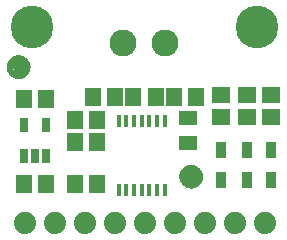
<source format=gbr>
G04 EAGLE Gerber RS-274X export*
G75*
%MOMM*%
%FSLAX34Y34*%
%LPD*%
%INSoldermask Top*%
%IPPOS*%
%AMOC8*
5,1,8,0,0,1.08239X$1,22.5*%
G01*
%ADD10R,0.406400X1.092200*%
%ADD11C,2.286000*%
%ADD12R,1.601600X1.301600*%
%ADD13R,1.401600X1.601600*%
%ADD14R,0.901600X1.451600*%
%ADD15R,1.601600X1.401600*%
%ADD16C,1.101600*%
%ADD17C,0.500000*%
%ADD18C,3.617600*%
%ADD19R,0.651600X1.301600*%
%ADD20C,1.879600*%


D10*
X137610Y111728D03*
X131110Y111728D03*
X124610Y111728D03*
X118110Y111728D03*
X111610Y111728D03*
X105110Y111728D03*
X98610Y111728D03*
X98610Y53372D03*
X105110Y53372D03*
X111610Y53372D03*
X118110Y53372D03*
X124610Y53372D03*
X131110Y53372D03*
X137610Y53372D03*
D11*
X102650Y177800D03*
X137650Y177800D03*
D12*
X157480Y93640D03*
X157480Y114640D03*
D13*
X130150Y132080D03*
X111150Y132080D03*
X80620Y113030D03*
X61620Y113030D03*
X80620Y58420D03*
X61620Y58420D03*
X80620Y93980D03*
X61620Y93980D03*
X164440Y132080D03*
X145440Y132080D03*
X76860Y132080D03*
X95860Y132080D03*
D14*
X227330Y62230D03*
X227330Y87630D03*
X185420Y62230D03*
X185420Y87630D03*
X207010Y62230D03*
X207010Y87630D03*
D15*
X207010Y114960D03*
X207010Y133960D03*
X185420Y114960D03*
X185420Y133960D03*
X227330Y114960D03*
X227330Y133960D03*
D16*
X160020Y64770D03*
D17*
X160020Y72270D02*
X159839Y72268D01*
X159658Y72261D01*
X159477Y72250D01*
X159296Y72235D01*
X159116Y72215D01*
X158936Y72191D01*
X158757Y72163D01*
X158579Y72130D01*
X158402Y72093D01*
X158225Y72052D01*
X158050Y72007D01*
X157875Y71957D01*
X157702Y71903D01*
X157531Y71845D01*
X157360Y71783D01*
X157192Y71716D01*
X157025Y71646D01*
X156859Y71572D01*
X156696Y71493D01*
X156535Y71411D01*
X156375Y71325D01*
X156218Y71235D01*
X156063Y71141D01*
X155910Y71044D01*
X155760Y70942D01*
X155612Y70838D01*
X155466Y70729D01*
X155324Y70618D01*
X155184Y70502D01*
X155047Y70384D01*
X154912Y70262D01*
X154781Y70137D01*
X154653Y70009D01*
X154528Y69878D01*
X154406Y69743D01*
X154288Y69606D01*
X154172Y69466D01*
X154061Y69324D01*
X153952Y69178D01*
X153848Y69030D01*
X153746Y68880D01*
X153649Y68727D01*
X153555Y68572D01*
X153465Y68415D01*
X153379Y68255D01*
X153297Y68094D01*
X153218Y67931D01*
X153144Y67765D01*
X153074Y67598D01*
X153007Y67430D01*
X152945Y67259D01*
X152887Y67088D01*
X152833Y66915D01*
X152783Y66740D01*
X152738Y66565D01*
X152697Y66388D01*
X152660Y66211D01*
X152627Y66033D01*
X152599Y65854D01*
X152575Y65674D01*
X152555Y65494D01*
X152540Y65313D01*
X152529Y65132D01*
X152522Y64951D01*
X152520Y64770D01*
X160020Y72270D02*
X160201Y72268D01*
X160382Y72261D01*
X160563Y72250D01*
X160744Y72235D01*
X160924Y72215D01*
X161104Y72191D01*
X161283Y72163D01*
X161461Y72130D01*
X161638Y72093D01*
X161815Y72052D01*
X161990Y72007D01*
X162165Y71957D01*
X162338Y71903D01*
X162509Y71845D01*
X162680Y71783D01*
X162848Y71716D01*
X163015Y71646D01*
X163181Y71572D01*
X163344Y71493D01*
X163505Y71411D01*
X163665Y71325D01*
X163822Y71235D01*
X163977Y71141D01*
X164130Y71044D01*
X164280Y70942D01*
X164428Y70838D01*
X164574Y70729D01*
X164716Y70618D01*
X164856Y70502D01*
X164993Y70384D01*
X165128Y70262D01*
X165259Y70137D01*
X165387Y70009D01*
X165512Y69878D01*
X165634Y69743D01*
X165752Y69606D01*
X165868Y69466D01*
X165979Y69324D01*
X166088Y69178D01*
X166192Y69030D01*
X166294Y68880D01*
X166391Y68727D01*
X166485Y68572D01*
X166575Y68415D01*
X166661Y68255D01*
X166743Y68094D01*
X166822Y67931D01*
X166896Y67765D01*
X166966Y67598D01*
X167033Y67430D01*
X167095Y67259D01*
X167153Y67088D01*
X167207Y66915D01*
X167257Y66740D01*
X167302Y66565D01*
X167343Y66388D01*
X167380Y66211D01*
X167413Y66033D01*
X167441Y65854D01*
X167465Y65674D01*
X167485Y65494D01*
X167500Y65313D01*
X167511Y65132D01*
X167518Y64951D01*
X167520Y64770D01*
X167518Y64589D01*
X167511Y64408D01*
X167500Y64227D01*
X167485Y64046D01*
X167465Y63866D01*
X167441Y63686D01*
X167413Y63507D01*
X167380Y63329D01*
X167343Y63152D01*
X167302Y62975D01*
X167257Y62800D01*
X167207Y62625D01*
X167153Y62452D01*
X167095Y62281D01*
X167033Y62110D01*
X166966Y61942D01*
X166896Y61775D01*
X166822Y61609D01*
X166743Y61446D01*
X166661Y61285D01*
X166575Y61125D01*
X166485Y60968D01*
X166391Y60813D01*
X166294Y60660D01*
X166192Y60510D01*
X166088Y60362D01*
X165979Y60216D01*
X165868Y60074D01*
X165752Y59934D01*
X165634Y59797D01*
X165512Y59662D01*
X165387Y59531D01*
X165259Y59403D01*
X165128Y59278D01*
X164993Y59156D01*
X164856Y59038D01*
X164716Y58922D01*
X164574Y58811D01*
X164428Y58702D01*
X164280Y58598D01*
X164130Y58496D01*
X163977Y58399D01*
X163822Y58305D01*
X163665Y58215D01*
X163505Y58129D01*
X163344Y58047D01*
X163181Y57968D01*
X163015Y57894D01*
X162848Y57824D01*
X162680Y57757D01*
X162509Y57695D01*
X162338Y57637D01*
X162165Y57583D01*
X161990Y57533D01*
X161815Y57488D01*
X161638Y57447D01*
X161461Y57410D01*
X161283Y57377D01*
X161104Y57349D01*
X160924Y57325D01*
X160744Y57305D01*
X160563Y57290D01*
X160382Y57279D01*
X160201Y57272D01*
X160020Y57270D01*
X159839Y57272D01*
X159658Y57279D01*
X159477Y57290D01*
X159296Y57305D01*
X159116Y57325D01*
X158936Y57349D01*
X158757Y57377D01*
X158579Y57410D01*
X158402Y57447D01*
X158225Y57488D01*
X158050Y57533D01*
X157875Y57583D01*
X157702Y57637D01*
X157531Y57695D01*
X157360Y57757D01*
X157192Y57824D01*
X157025Y57894D01*
X156859Y57968D01*
X156696Y58047D01*
X156535Y58129D01*
X156375Y58215D01*
X156218Y58305D01*
X156063Y58399D01*
X155910Y58496D01*
X155760Y58598D01*
X155612Y58702D01*
X155466Y58811D01*
X155324Y58922D01*
X155184Y59038D01*
X155047Y59156D01*
X154912Y59278D01*
X154781Y59403D01*
X154653Y59531D01*
X154528Y59662D01*
X154406Y59797D01*
X154288Y59934D01*
X154172Y60074D01*
X154061Y60216D01*
X153952Y60362D01*
X153848Y60510D01*
X153746Y60660D01*
X153649Y60813D01*
X153555Y60968D01*
X153465Y61125D01*
X153379Y61285D01*
X153297Y61446D01*
X153218Y61609D01*
X153144Y61775D01*
X153074Y61942D01*
X153007Y62110D01*
X152945Y62281D01*
X152887Y62452D01*
X152833Y62625D01*
X152783Y62800D01*
X152738Y62975D01*
X152697Y63152D01*
X152660Y63329D01*
X152627Y63507D01*
X152599Y63686D01*
X152575Y63866D01*
X152555Y64046D01*
X152540Y64227D01*
X152529Y64408D01*
X152522Y64589D01*
X152520Y64770D01*
D16*
X13970Y157480D03*
D17*
X13970Y164980D02*
X13789Y164978D01*
X13608Y164971D01*
X13427Y164960D01*
X13246Y164945D01*
X13066Y164925D01*
X12886Y164901D01*
X12707Y164873D01*
X12529Y164840D01*
X12352Y164803D01*
X12175Y164762D01*
X12000Y164717D01*
X11825Y164667D01*
X11652Y164613D01*
X11481Y164555D01*
X11310Y164493D01*
X11142Y164426D01*
X10975Y164356D01*
X10809Y164282D01*
X10646Y164203D01*
X10485Y164121D01*
X10325Y164035D01*
X10168Y163945D01*
X10013Y163851D01*
X9860Y163754D01*
X9710Y163652D01*
X9562Y163548D01*
X9416Y163439D01*
X9274Y163328D01*
X9134Y163212D01*
X8997Y163094D01*
X8862Y162972D01*
X8731Y162847D01*
X8603Y162719D01*
X8478Y162588D01*
X8356Y162453D01*
X8238Y162316D01*
X8122Y162176D01*
X8011Y162034D01*
X7902Y161888D01*
X7798Y161740D01*
X7696Y161590D01*
X7599Y161437D01*
X7505Y161282D01*
X7415Y161125D01*
X7329Y160965D01*
X7247Y160804D01*
X7168Y160641D01*
X7094Y160475D01*
X7024Y160308D01*
X6957Y160140D01*
X6895Y159969D01*
X6837Y159798D01*
X6783Y159625D01*
X6733Y159450D01*
X6688Y159275D01*
X6647Y159098D01*
X6610Y158921D01*
X6577Y158743D01*
X6549Y158564D01*
X6525Y158384D01*
X6505Y158204D01*
X6490Y158023D01*
X6479Y157842D01*
X6472Y157661D01*
X6470Y157480D01*
X13970Y164980D02*
X14151Y164978D01*
X14332Y164971D01*
X14513Y164960D01*
X14694Y164945D01*
X14874Y164925D01*
X15054Y164901D01*
X15233Y164873D01*
X15411Y164840D01*
X15588Y164803D01*
X15765Y164762D01*
X15940Y164717D01*
X16115Y164667D01*
X16288Y164613D01*
X16459Y164555D01*
X16630Y164493D01*
X16798Y164426D01*
X16965Y164356D01*
X17131Y164282D01*
X17294Y164203D01*
X17455Y164121D01*
X17615Y164035D01*
X17772Y163945D01*
X17927Y163851D01*
X18080Y163754D01*
X18230Y163652D01*
X18378Y163548D01*
X18524Y163439D01*
X18666Y163328D01*
X18806Y163212D01*
X18943Y163094D01*
X19078Y162972D01*
X19209Y162847D01*
X19337Y162719D01*
X19462Y162588D01*
X19584Y162453D01*
X19702Y162316D01*
X19818Y162176D01*
X19929Y162034D01*
X20038Y161888D01*
X20142Y161740D01*
X20244Y161590D01*
X20341Y161437D01*
X20435Y161282D01*
X20525Y161125D01*
X20611Y160965D01*
X20693Y160804D01*
X20772Y160641D01*
X20846Y160475D01*
X20916Y160308D01*
X20983Y160140D01*
X21045Y159969D01*
X21103Y159798D01*
X21157Y159625D01*
X21207Y159450D01*
X21252Y159275D01*
X21293Y159098D01*
X21330Y158921D01*
X21363Y158743D01*
X21391Y158564D01*
X21415Y158384D01*
X21435Y158204D01*
X21450Y158023D01*
X21461Y157842D01*
X21468Y157661D01*
X21470Y157480D01*
X21468Y157299D01*
X21461Y157118D01*
X21450Y156937D01*
X21435Y156756D01*
X21415Y156576D01*
X21391Y156396D01*
X21363Y156217D01*
X21330Y156039D01*
X21293Y155862D01*
X21252Y155685D01*
X21207Y155510D01*
X21157Y155335D01*
X21103Y155162D01*
X21045Y154991D01*
X20983Y154820D01*
X20916Y154652D01*
X20846Y154485D01*
X20772Y154319D01*
X20693Y154156D01*
X20611Y153995D01*
X20525Y153835D01*
X20435Y153678D01*
X20341Y153523D01*
X20244Y153370D01*
X20142Y153220D01*
X20038Y153072D01*
X19929Y152926D01*
X19818Y152784D01*
X19702Y152644D01*
X19584Y152507D01*
X19462Y152372D01*
X19337Y152241D01*
X19209Y152113D01*
X19078Y151988D01*
X18943Y151866D01*
X18806Y151748D01*
X18666Y151632D01*
X18524Y151521D01*
X18378Y151412D01*
X18230Y151308D01*
X18080Y151206D01*
X17927Y151109D01*
X17772Y151015D01*
X17615Y150925D01*
X17455Y150839D01*
X17294Y150757D01*
X17131Y150678D01*
X16965Y150604D01*
X16798Y150534D01*
X16630Y150467D01*
X16459Y150405D01*
X16288Y150347D01*
X16115Y150293D01*
X15940Y150243D01*
X15765Y150198D01*
X15588Y150157D01*
X15411Y150120D01*
X15233Y150087D01*
X15054Y150059D01*
X14874Y150035D01*
X14694Y150015D01*
X14513Y150000D01*
X14332Y149989D01*
X14151Y149982D01*
X13970Y149980D01*
X13789Y149982D01*
X13608Y149989D01*
X13427Y150000D01*
X13246Y150015D01*
X13066Y150035D01*
X12886Y150059D01*
X12707Y150087D01*
X12529Y150120D01*
X12352Y150157D01*
X12175Y150198D01*
X12000Y150243D01*
X11825Y150293D01*
X11652Y150347D01*
X11481Y150405D01*
X11310Y150467D01*
X11142Y150534D01*
X10975Y150604D01*
X10809Y150678D01*
X10646Y150757D01*
X10485Y150839D01*
X10325Y150925D01*
X10168Y151015D01*
X10013Y151109D01*
X9860Y151206D01*
X9710Y151308D01*
X9562Y151412D01*
X9416Y151521D01*
X9274Y151632D01*
X9134Y151748D01*
X8997Y151866D01*
X8862Y151988D01*
X8731Y152113D01*
X8603Y152241D01*
X8478Y152372D01*
X8356Y152507D01*
X8238Y152644D01*
X8122Y152784D01*
X8011Y152926D01*
X7902Y153072D01*
X7798Y153220D01*
X7696Y153370D01*
X7599Y153523D01*
X7505Y153678D01*
X7415Y153835D01*
X7329Y153995D01*
X7247Y154156D01*
X7168Y154319D01*
X7094Y154485D01*
X7024Y154652D01*
X6957Y154820D01*
X6895Y154991D01*
X6837Y155162D01*
X6783Y155335D01*
X6733Y155510D01*
X6688Y155685D01*
X6647Y155862D01*
X6610Y156039D01*
X6577Y156217D01*
X6549Y156396D01*
X6525Y156576D01*
X6505Y156756D01*
X6490Y156937D01*
X6479Y157118D01*
X6472Y157299D01*
X6470Y157480D01*
D18*
X25400Y191770D03*
X215900Y191770D03*
D19*
X18440Y82249D03*
X27940Y82249D03*
X37440Y82249D03*
X37440Y108251D03*
X18440Y108251D03*
D13*
X18440Y58420D03*
X37440Y58420D03*
X18440Y130810D03*
X37440Y130810D03*
D20*
X222250Y25400D03*
X196850Y25400D03*
X171450Y25400D03*
X146050Y25400D03*
X120650Y25400D03*
X95250Y25400D03*
X69850Y25400D03*
X44450Y25400D03*
X19050Y25400D03*
M02*

</source>
